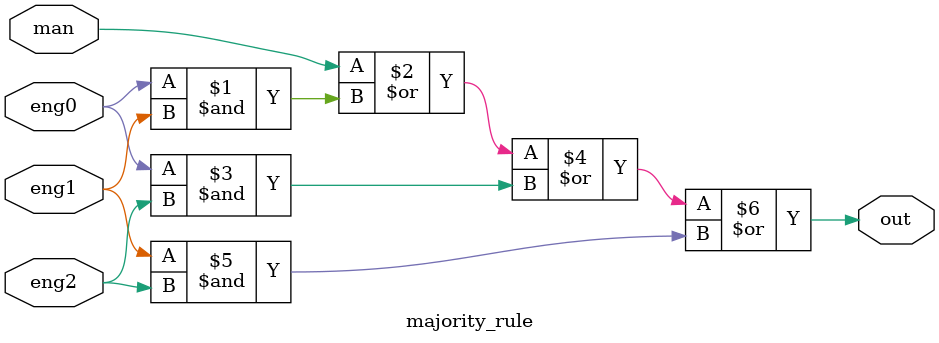
<source format=v>
`timescale 1ns / 1ps

module majority_rule(
    input man,
    input eng0, input eng1, input eng2,
    output out
);

assign out = man | (eng0 & eng1) | (eng0 & eng2) | (eng1 & eng2);

endmodule

</source>
